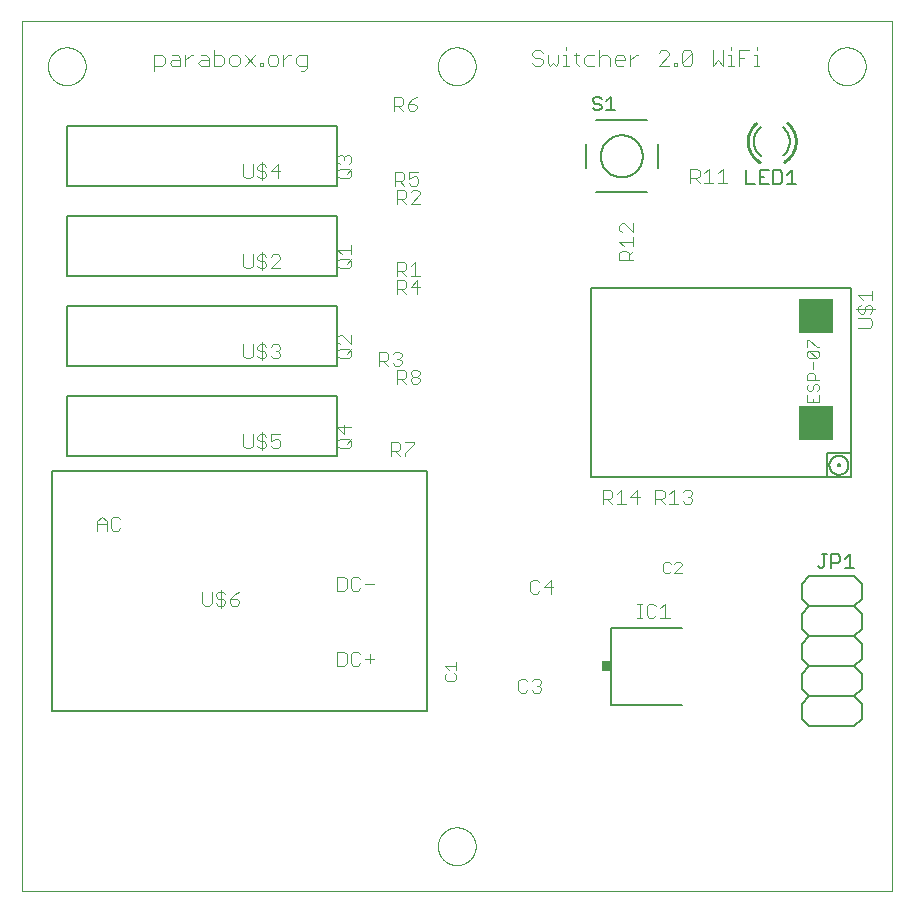
<source format=gto>
G75*
%MOIN*%
%OFA0B0*%
%FSLAX25Y25*%
%IPPOS*%
%LPD*%
%AMOC8*
5,1,8,0,0,1.08239X$1,22.5*
%
%ADD10C,0.00000*%
%ADD11C,0.00400*%
%ADD12C,0.00300*%
%ADD13C,0.00800*%
%ADD14R,0.03000X0.03400*%
%ADD15C,0.00600*%
%ADD16C,0.00500*%
%ADD17C,0.01000*%
%ADD18R,0.11811X0.11811*%
D10*
X0001000Y0001000D02*
X0291000Y0001000D01*
X0291000Y0291000D01*
X0001000Y0291000D01*
X0001000Y0001000D01*
X0139701Y0016000D02*
X0139703Y0016158D01*
X0139709Y0016316D01*
X0139719Y0016474D01*
X0139733Y0016632D01*
X0139751Y0016789D01*
X0139772Y0016946D01*
X0139798Y0017102D01*
X0139828Y0017258D01*
X0139861Y0017413D01*
X0139899Y0017566D01*
X0139940Y0017719D01*
X0139985Y0017871D01*
X0140034Y0018022D01*
X0140087Y0018171D01*
X0140143Y0018319D01*
X0140203Y0018465D01*
X0140267Y0018610D01*
X0140335Y0018753D01*
X0140406Y0018895D01*
X0140480Y0019035D01*
X0140558Y0019172D01*
X0140640Y0019308D01*
X0140724Y0019442D01*
X0140813Y0019573D01*
X0140904Y0019702D01*
X0140999Y0019829D01*
X0141096Y0019954D01*
X0141197Y0020076D01*
X0141301Y0020195D01*
X0141408Y0020312D01*
X0141518Y0020426D01*
X0141631Y0020537D01*
X0141746Y0020646D01*
X0141864Y0020751D01*
X0141985Y0020853D01*
X0142108Y0020953D01*
X0142234Y0021049D01*
X0142362Y0021142D01*
X0142492Y0021232D01*
X0142625Y0021318D01*
X0142760Y0021402D01*
X0142896Y0021481D01*
X0143035Y0021558D01*
X0143176Y0021630D01*
X0143318Y0021700D01*
X0143462Y0021765D01*
X0143608Y0021827D01*
X0143755Y0021885D01*
X0143904Y0021940D01*
X0144054Y0021991D01*
X0144205Y0022038D01*
X0144357Y0022081D01*
X0144510Y0022120D01*
X0144665Y0022156D01*
X0144820Y0022187D01*
X0144976Y0022215D01*
X0145132Y0022239D01*
X0145289Y0022259D01*
X0145447Y0022275D01*
X0145604Y0022287D01*
X0145763Y0022295D01*
X0145921Y0022299D01*
X0146079Y0022299D01*
X0146237Y0022295D01*
X0146396Y0022287D01*
X0146553Y0022275D01*
X0146711Y0022259D01*
X0146868Y0022239D01*
X0147024Y0022215D01*
X0147180Y0022187D01*
X0147335Y0022156D01*
X0147490Y0022120D01*
X0147643Y0022081D01*
X0147795Y0022038D01*
X0147946Y0021991D01*
X0148096Y0021940D01*
X0148245Y0021885D01*
X0148392Y0021827D01*
X0148538Y0021765D01*
X0148682Y0021700D01*
X0148824Y0021630D01*
X0148965Y0021558D01*
X0149104Y0021481D01*
X0149240Y0021402D01*
X0149375Y0021318D01*
X0149508Y0021232D01*
X0149638Y0021142D01*
X0149766Y0021049D01*
X0149892Y0020953D01*
X0150015Y0020853D01*
X0150136Y0020751D01*
X0150254Y0020646D01*
X0150369Y0020537D01*
X0150482Y0020426D01*
X0150592Y0020312D01*
X0150699Y0020195D01*
X0150803Y0020076D01*
X0150904Y0019954D01*
X0151001Y0019829D01*
X0151096Y0019702D01*
X0151187Y0019573D01*
X0151276Y0019442D01*
X0151360Y0019308D01*
X0151442Y0019172D01*
X0151520Y0019035D01*
X0151594Y0018895D01*
X0151665Y0018753D01*
X0151733Y0018610D01*
X0151797Y0018465D01*
X0151857Y0018319D01*
X0151913Y0018171D01*
X0151966Y0018022D01*
X0152015Y0017871D01*
X0152060Y0017719D01*
X0152101Y0017566D01*
X0152139Y0017413D01*
X0152172Y0017258D01*
X0152202Y0017102D01*
X0152228Y0016946D01*
X0152249Y0016789D01*
X0152267Y0016632D01*
X0152281Y0016474D01*
X0152291Y0016316D01*
X0152297Y0016158D01*
X0152299Y0016000D01*
X0152297Y0015842D01*
X0152291Y0015684D01*
X0152281Y0015526D01*
X0152267Y0015368D01*
X0152249Y0015211D01*
X0152228Y0015054D01*
X0152202Y0014898D01*
X0152172Y0014742D01*
X0152139Y0014587D01*
X0152101Y0014434D01*
X0152060Y0014281D01*
X0152015Y0014129D01*
X0151966Y0013978D01*
X0151913Y0013829D01*
X0151857Y0013681D01*
X0151797Y0013535D01*
X0151733Y0013390D01*
X0151665Y0013247D01*
X0151594Y0013105D01*
X0151520Y0012965D01*
X0151442Y0012828D01*
X0151360Y0012692D01*
X0151276Y0012558D01*
X0151187Y0012427D01*
X0151096Y0012298D01*
X0151001Y0012171D01*
X0150904Y0012046D01*
X0150803Y0011924D01*
X0150699Y0011805D01*
X0150592Y0011688D01*
X0150482Y0011574D01*
X0150369Y0011463D01*
X0150254Y0011354D01*
X0150136Y0011249D01*
X0150015Y0011147D01*
X0149892Y0011047D01*
X0149766Y0010951D01*
X0149638Y0010858D01*
X0149508Y0010768D01*
X0149375Y0010682D01*
X0149240Y0010598D01*
X0149104Y0010519D01*
X0148965Y0010442D01*
X0148824Y0010370D01*
X0148682Y0010300D01*
X0148538Y0010235D01*
X0148392Y0010173D01*
X0148245Y0010115D01*
X0148096Y0010060D01*
X0147946Y0010009D01*
X0147795Y0009962D01*
X0147643Y0009919D01*
X0147490Y0009880D01*
X0147335Y0009844D01*
X0147180Y0009813D01*
X0147024Y0009785D01*
X0146868Y0009761D01*
X0146711Y0009741D01*
X0146553Y0009725D01*
X0146396Y0009713D01*
X0146237Y0009705D01*
X0146079Y0009701D01*
X0145921Y0009701D01*
X0145763Y0009705D01*
X0145604Y0009713D01*
X0145447Y0009725D01*
X0145289Y0009741D01*
X0145132Y0009761D01*
X0144976Y0009785D01*
X0144820Y0009813D01*
X0144665Y0009844D01*
X0144510Y0009880D01*
X0144357Y0009919D01*
X0144205Y0009962D01*
X0144054Y0010009D01*
X0143904Y0010060D01*
X0143755Y0010115D01*
X0143608Y0010173D01*
X0143462Y0010235D01*
X0143318Y0010300D01*
X0143176Y0010370D01*
X0143035Y0010442D01*
X0142896Y0010519D01*
X0142760Y0010598D01*
X0142625Y0010682D01*
X0142492Y0010768D01*
X0142362Y0010858D01*
X0142234Y0010951D01*
X0142108Y0011047D01*
X0141985Y0011147D01*
X0141864Y0011249D01*
X0141746Y0011354D01*
X0141631Y0011463D01*
X0141518Y0011574D01*
X0141408Y0011688D01*
X0141301Y0011805D01*
X0141197Y0011924D01*
X0141096Y0012046D01*
X0140999Y0012171D01*
X0140904Y0012298D01*
X0140813Y0012427D01*
X0140724Y0012558D01*
X0140640Y0012692D01*
X0140558Y0012828D01*
X0140480Y0012965D01*
X0140406Y0013105D01*
X0140335Y0013247D01*
X0140267Y0013390D01*
X0140203Y0013535D01*
X0140143Y0013681D01*
X0140087Y0013829D01*
X0140034Y0013978D01*
X0139985Y0014129D01*
X0139940Y0014281D01*
X0139899Y0014434D01*
X0139861Y0014587D01*
X0139828Y0014742D01*
X0139798Y0014898D01*
X0139772Y0015054D01*
X0139751Y0015211D01*
X0139733Y0015368D01*
X0139719Y0015526D01*
X0139709Y0015684D01*
X0139703Y0015842D01*
X0139701Y0016000D01*
X0139701Y0276000D02*
X0139703Y0276158D01*
X0139709Y0276316D01*
X0139719Y0276474D01*
X0139733Y0276632D01*
X0139751Y0276789D01*
X0139772Y0276946D01*
X0139798Y0277102D01*
X0139828Y0277258D01*
X0139861Y0277413D01*
X0139899Y0277566D01*
X0139940Y0277719D01*
X0139985Y0277871D01*
X0140034Y0278022D01*
X0140087Y0278171D01*
X0140143Y0278319D01*
X0140203Y0278465D01*
X0140267Y0278610D01*
X0140335Y0278753D01*
X0140406Y0278895D01*
X0140480Y0279035D01*
X0140558Y0279172D01*
X0140640Y0279308D01*
X0140724Y0279442D01*
X0140813Y0279573D01*
X0140904Y0279702D01*
X0140999Y0279829D01*
X0141096Y0279954D01*
X0141197Y0280076D01*
X0141301Y0280195D01*
X0141408Y0280312D01*
X0141518Y0280426D01*
X0141631Y0280537D01*
X0141746Y0280646D01*
X0141864Y0280751D01*
X0141985Y0280853D01*
X0142108Y0280953D01*
X0142234Y0281049D01*
X0142362Y0281142D01*
X0142492Y0281232D01*
X0142625Y0281318D01*
X0142760Y0281402D01*
X0142896Y0281481D01*
X0143035Y0281558D01*
X0143176Y0281630D01*
X0143318Y0281700D01*
X0143462Y0281765D01*
X0143608Y0281827D01*
X0143755Y0281885D01*
X0143904Y0281940D01*
X0144054Y0281991D01*
X0144205Y0282038D01*
X0144357Y0282081D01*
X0144510Y0282120D01*
X0144665Y0282156D01*
X0144820Y0282187D01*
X0144976Y0282215D01*
X0145132Y0282239D01*
X0145289Y0282259D01*
X0145447Y0282275D01*
X0145604Y0282287D01*
X0145763Y0282295D01*
X0145921Y0282299D01*
X0146079Y0282299D01*
X0146237Y0282295D01*
X0146396Y0282287D01*
X0146553Y0282275D01*
X0146711Y0282259D01*
X0146868Y0282239D01*
X0147024Y0282215D01*
X0147180Y0282187D01*
X0147335Y0282156D01*
X0147490Y0282120D01*
X0147643Y0282081D01*
X0147795Y0282038D01*
X0147946Y0281991D01*
X0148096Y0281940D01*
X0148245Y0281885D01*
X0148392Y0281827D01*
X0148538Y0281765D01*
X0148682Y0281700D01*
X0148824Y0281630D01*
X0148965Y0281558D01*
X0149104Y0281481D01*
X0149240Y0281402D01*
X0149375Y0281318D01*
X0149508Y0281232D01*
X0149638Y0281142D01*
X0149766Y0281049D01*
X0149892Y0280953D01*
X0150015Y0280853D01*
X0150136Y0280751D01*
X0150254Y0280646D01*
X0150369Y0280537D01*
X0150482Y0280426D01*
X0150592Y0280312D01*
X0150699Y0280195D01*
X0150803Y0280076D01*
X0150904Y0279954D01*
X0151001Y0279829D01*
X0151096Y0279702D01*
X0151187Y0279573D01*
X0151276Y0279442D01*
X0151360Y0279308D01*
X0151442Y0279172D01*
X0151520Y0279035D01*
X0151594Y0278895D01*
X0151665Y0278753D01*
X0151733Y0278610D01*
X0151797Y0278465D01*
X0151857Y0278319D01*
X0151913Y0278171D01*
X0151966Y0278022D01*
X0152015Y0277871D01*
X0152060Y0277719D01*
X0152101Y0277566D01*
X0152139Y0277413D01*
X0152172Y0277258D01*
X0152202Y0277102D01*
X0152228Y0276946D01*
X0152249Y0276789D01*
X0152267Y0276632D01*
X0152281Y0276474D01*
X0152291Y0276316D01*
X0152297Y0276158D01*
X0152299Y0276000D01*
X0152297Y0275842D01*
X0152291Y0275684D01*
X0152281Y0275526D01*
X0152267Y0275368D01*
X0152249Y0275211D01*
X0152228Y0275054D01*
X0152202Y0274898D01*
X0152172Y0274742D01*
X0152139Y0274587D01*
X0152101Y0274434D01*
X0152060Y0274281D01*
X0152015Y0274129D01*
X0151966Y0273978D01*
X0151913Y0273829D01*
X0151857Y0273681D01*
X0151797Y0273535D01*
X0151733Y0273390D01*
X0151665Y0273247D01*
X0151594Y0273105D01*
X0151520Y0272965D01*
X0151442Y0272828D01*
X0151360Y0272692D01*
X0151276Y0272558D01*
X0151187Y0272427D01*
X0151096Y0272298D01*
X0151001Y0272171D01*
X0150904Y0272046D01*
X0150803Y0271924D01*
X0150699Y0271805D01*
X0150592Y0271688D01*
X0150482Y0271574D01*
X0150369Y0271463D01*
X0150254Y0271354D01*
X0150136Y0271249D01*
X0150015Y0271147D01*
X0149892Y0271047D01*
X0149766Y0270951D01*
X0149638Y0270858D01*
X0149508Y0270768D01*
X0149375Y0270682D01*
X0149240Y0270598D01*
X0149104Y0270519D01*
X0148965Y0270442D01*
X0148824Y0270370D01*
X0148682Y0270300D01*
X0148538Y0270235D01*
X0148392Y0270173D01*
X0148245Y0270115D01*
X0148096Y0270060D01*
X0147946Y0270009D01*
X0147795Y0269962D01*
X0147643Y0269919D01*
X0147490Y0269880D01*
X0147335Y0269844D01*
X0147180Y0269813D01*
X0147024Y0269785D01*
X0146868Y0269761D01*
X0146711Y0269741D01*
X0146553Y0269725D01*
X0146396Y0269713D01*
X0146237Y0269705D01*
X0146079Y0269701D01*
X0145921Y0269701D01*
X0145763Y0269705D01*
X0145604Y0269713D01*
X0145447Y0269725D01*
X0145289Y0269741D01*
X0145132Y0269761D01*
X0144976Y0269785D01*
X0144820Y0269813D01*
X0144665Y0269844D01*
X0144510Y0269880D01*
X0144357Y0269919D01*
X0144205Y0269962D01*
X0144054Y0270009D01*
X0143904Y0270060D01*
X0143755Y0270115D01*
X0143608Y0270173D01*
X0143462Y0270235D01*
X0143318Y0270300D01*
X0143176Y0270370D01*
X0143035Y0270442D01*
X0142896Y0270519D01*
X0142760Y0270598D01*
X0142625Y0270682D01*
X0142492Y0270768D01*
X0142362Y0270858D01*
X0142234Y0270951D01*
X0142108Y0271047D01*
X0141985Y0271147D01*
X0141864Y0271249D01*
X0141746Y0271354D01*
X0141631Y0271463D01*
X0141518Y0271574D01*
X0141408Y0271688D01*
X0141301Y0271805D01*
X0141197Y0271924D01*
X0141096Y0272046D01*
X0140999Y0272171D01*
X0140904Y0272298D01*
X0140813Y0272427D01*
X0140724Y0272558D01*
X0140640Y0272692D01*
X0140558Y0272828D01*
X0140480Y0272965D01*
X0140406Y0273105D01*
X0140335Y0273247D01*
X0140267Y0273390D01*
X0140203Y0273535D01*
X0140143Y0273681D01*
X0140087Y0273829D01*
X0140034Y0273978D01*
X0139985Y0274129D01*
X0139940Y0274281D01*
X0139899Y0274434D01*
X0139861Y0274587D01*
X0139828Y0274742D01*
X0139798Y0274898D01*
X0139772Y0275054D01*
X0139751Y0275211D01*
X0139733Y0275368D01*
X0139719Y0275526D01*
X0139709Y0275684D01*
X0139703Y0275842D01*
X0139701Y0276000D01*
X0009701Y0276000D02*
X0009703Y0276158D01*
X0009709Y0276316D01*
X0009719Y0276474D01*
X0009733Y0276632D01*
X0009751Y0276789D01*
X0009772Y0276946D01*
X0009798Y0277102D01*
X0009828Y0277258D01*
X0009861Y0277413D01*
X0009899Y0277566D01*
X0009940Y0277719D01*
X0009985Y0277871D01*
X0010034Y0278022D01*
X0010087Y0278171D01*
X0010143Y0278319D01*
X0010203Y0278465D01*
X0010267Y0278610D01*
X0010335Y0278753D01*
X0010406Y0278895D01*
X0010480Y0279035D01*
X0010558Y0279172D01*
X0010640Y0279308D01*
X0010724Y0279442D01*
X0010813Y0279573D01*
X0010904Y0279702D01*
X0010999Y0279829D01*
X0011096Y0279954D01*
X0011197Y0280076D01*
X0011301Y0280195D01*
X0011408Y0280312D01*
X0011518Y0280426D01*
X0011631Y0280537D01*
X0011746Y0280646D01*
X0011864Y0280751D01*
X0011985Y0280853D01*
X0012108Y0280953D01*
X0012234Y0281049D01*
X0012362Y0281142D01*
X0012492Y0281232D01*
X0012625Y0281318D01*
X0012760Y0281402D01*
X0012896Y0281481D01*
X0013035Y0281558D01*
X0013176Y0281630D01*
X0013318Y0281700D01*
X0013462Y0281765D01*
X0013608Y0281827D01*
X0013755Y0281885D01*
X0013904Y0281940D01*
X0014054Y0281991D01*
X0014205Y0282038D01*
X0014357Y0282081D01*
X0014510Y0282120D01*
X0014665Y0282156D01*
X0014820Y0282187D01*
X0014976Y0282215D01*
X0015132Y0282239D01*
X0015289Y0282259D01*
X0015447Y0282275D01*
X0015604Y0282287D01*
X0015763Y0282295D01*
X0015921Y0282299D01*
X0016079Y0282299D01*
X0016237Y0282295D01*
X0016396Y0282287D01*
X0016553Y0282275D01*
X0016711Y0282259D01*
X0016868Y0282239D01*
X0017024Y0282215D01*
X0017180Y0282187D01*
X0017335Y0282156D01*
X0017490Y0282120D01*
X0017643Y0282081D01*
X0017795Y0282038D01*
X0017946Y0281991D01*
X0018096Y0281940D01*
X0018245Y0281885D01*
X0018392Y0281827D01*
X0018538Y0281765D01*
X0018682Y0281700D01*
X0018824Y0281630D01*
X0018965Y0281558D01*
X0019104Y0281481D01*
X0019240Y0281402D01*
X0019375Y0281318D01*
X0019508Y0281232D01*
X0019638Y0281142D01*
X0019766Y0281049D01*
X0019892Y0280953D01*
X0020015Y0280853D01*
X0020136Y0280751D01*
X0020254Y0280646D01*
X0020369Y0280537D01*
X0020482Y0280426D01*
X0020592Y0280312D01*
X0020699Y0280195D01*
X0020803Y0280076D01*
X0020904Y0279954D01*
X0021001Y0279829D01*
X0021096Y0279702D01*
X0021187Y0279573D01*
X0021276Y0279442D01*
X0021360Y0279308D01*
X0021442Y0279172D01*
X0021520Y0279035D01*
X0021594Y0278895D01*
X0021665Y0278753D01*
X0021733Y0278610D01*
X0021797Y0278465D01*
X0021857Y0278319D01*
X0021913Y0278171D01*
X0021966Y0278022D01*
X0022015Y0277871D01*
X0022060Y0277719D01*
X0022101Y0277566D01*
X0022139Y0277413D01*
X0022172Y0277258D01*
X0022202Y0277102D01*
X0022228Y0276946D01*
X0022249Y0276789D01*
X0022267Y0276632D01*
X0022281Y0276474D01*
X0022291Y0276316D01*
X0022297Y0276158D01*
X0022299Y0276000D01*
X0022297Y0275842D01*
X0022291Y0275684D01*
X0022281Y0275526D01*
X0022267Y0275368D01*
X0022249Y0275211D01*
X0022228Y0275054D01*
X0022202Y0274898D01*
X0022172Y0274742D01*
X0022139Y0274587D01*
X0022101Y0274434D01*
X0022060Y0274281D01*
X0022015Y0274129D01*
X0021966Y0273978D01*
X0021913Y0273829D01*
X0021857Y0273681D01*
X0021797Y0273535D01*
X0021733Y0273390D01*
X0021665Y0273247D01*
X0021594Y0273105D01*
X0021520Y0272965D01*
X0021442Y0272828D01*
X0021360Y0272692D01*
X0021276Y0272558D01*
X0021187Y0272427D01*
X0021096Y0272298D01*
X0021001Y0272171D01*
X0020904Y0272046D01*
X0020803Y0271924D01*
X0020699Y0271805D01*
X0020592Y0271688D01*
X0020482Y0271574D01*
X0020369Y0271463D01*
X0020254Y0271354D01*
X0020136Y0271249D01*
X0020015Y0271147D01*
X0019892Y0271047D01*
X0019766Y0270951D01*
X0019638Y0270858D01*
X0019508Y0270768D01*
X0019375Y0270682D01*
X0019240Y0270598D01*
X0019104Y0270519D01*
X0018965Y0270442D01*
X0018824Y0270370D01*
X0018682Y0270300D01*
X0018538Y0270235D01*
X0018392Y0270173D01*
X0018245Y0270115D01*
X0018096Y0270060D01*
X0017946Y0270009D01*
X0017795Y0269962D01*
X0017643Y0269919D01*
X0017490Y0269880D01*
X0017335Y0269844D01*
X0017180Y0269813D01*
X0017024Y0269785D01*
X0016868Y0269761D01*
X0016711Y0269741D01*
X0016553Y0269725D01*
X0016396Y0269713D01*
X0016237Y0269705D01*
X0016079Y0269701D01*
X0015921Y0269701D01*
X0015763Y0269705D01*
X0015604Y0269713D01*
X0015447Y0269725D01*
X0015289Y0269741D01*
X0015132Y0269761D01*
X0014976Y0269785D01*
X0014820Y0269813D01*
X0014665Y0269844D01*
X0014510Y0269880D01*
X0014357Y0269919D01*
X0014205Y0269962D01*
X0014054Y0270009D01*
X0013904Y0270060D01*
X0013755Y0270115D01*
X0013608Y0270173D01*
X0013462Y0270235D01*
X0013318Y0270300D01*
X0013176Y0270370D01*
X0013035Y0270442D01*
X0012896Y0270519D01*
X0012760Y0270598D01*
X0012625Y0270682D01*
X0012492Y0270768D01*
X0012362Y0270858D01*
X0012234Y0270951D01*
X0012108Y0271047D01*
X0011985Y0271147D01*
X0011864Y0271249D01*
X0011746Y0271354D01*
X0011631Y0271463D01*
X0011518Y0271574D01*
X0011408Y0271688D01*
X0011301Y0271805D01*
X0011197Y0271924D01*
X0011096Y0272046D01*
X0010999Y0272171D01*
X0010904Y0272298D01*
X0010813Y0272427D01*
X0010724Y0272558D01*
X0010640Y0272692D01*
X0010558Y0272828D01*
X0010480Y0272965D01*
X0010406Y0273105D01*
X0010335Y0273247D01*
X0010267Y0273390D01*
X0010203Y0273535D01*
X0010143Y0273681D01*
X0010087Y0273829D01*
X0010034Y0273978D01*
X0009985Y0274129D01*
X0009940Y0274281D01*
X0009899Y0274434D01*
X0009861Y0274587D01*
X0009828Y0274742D01*
X0009798Y0274898D01*
X0009772Y0275054D01*
X0009751Y0275211D01*
X0009733Y0275368D01*
X0009719Y0275526D01*
X0009709Y0275684D01*
X0009703Y0275842D01*
X0009701Y0276000D01*
X0269701Y0276000D02*
X0269703Y0276158D01*
X0269709Y0276316D01*
X0269719Y0276474D01*
X0269733Y0276632D01*
X0269751Y0276789D01*
X0269772Y0276946D01*
X0269798Y0277102D01*
X0269828Y0277258D01*
X0269861Y0277413D01*
X0269899Y0277566D01*
X0269940Y0277719D01*
X0269985Y0277871D01*
X0270034Y0278022D01*
X0270087Y0278171D01*
X0270143Y0278319D01*
X0270203Y0278465D01*
X0270267Y0278610D01*
X0270335Y0278753D01*
X0270406Y0278895D01*
X0270480Y0279035D01*
X0270558Y0279172D01*
X0270640Y0279308D01*
X0270724Y0279442D01*
X0270813Y0279573D01*
X0270904Y0279702D01*
X0270999Y0279829D01*
X0271096Y0279954D01*
X0271197Y0280076D01*
X0271301Y0280195D01*
X0271408Y0280312D01*
X0271518Y0280426D01*
X0271631Y0280537D01*
X0271746Y0280646D01*
X0271864Y0280751D01*
X0271985Y0280853D01*
X0272108Y0280953D01*
X0272234Y0281049D01*
X0272362Y0281142D01*
X0272492Y0281232D01*
X0272625Y0281318D01*
X0272760Y0281402D01*
X0272896Y0281481D01*
X0273035Y0281558D01*
X0273176Y0281630D01*
X0273318Y0281700D01*
X0273462Y0281765D01*
X0273608Y0281827D01*
X0273755Y0281885D01*
X0273904Y0281940D01*
X0274054Y0281991D01*
X0274205Y0282038D01*
X0274357Y0282081D01*
X0274510Y0282120D01*
X0274665Y0282156D01*
X0274820Y0282187D01*
X0274976Y0282215D01*
X0275132Y0282239D01*
X0275289Y0282259D01*
X0275447Y0282275D01*
X0275604Y0282287D01*
X0275763Y0282295D01*
X0275921Y0282299D01*
X0276079Y0282299D01*
X0276237Y0282295D01*
X0276396Y0282287D01*
X0276553Y0282275D01*
X0276711Y0282259D01*
X0276868Y0282239D01*
X0277024Y0282215D01*
X0277180Y0282187D01*
X0277335Y0282156D01*
X0277490Y0282120D01*
X0277643Y0282081D01*
X0277795Y0282038D01*
X0277946Y0281991D01*
X0278096Y0281940D01*
X0278245Y0281885D01*
X0278392Y0281827D01*
X0278538Y0281765D01*
X0278682Y0281700D01*
X0278824Y0281630D01*
X0278965Y0281558D01*
X0279104Y0281481D01*
X0279240Y0281402D01*
X0279375Y0281318D01*
X0279508Y0281232D01*
X0279638Y0281142D01*
X0279766Y0281049D01*
X0279892Y0280953D01*
X0280015Y0280853D01*
X0280136Y0280751D01*
X0280254Y0280646D01*
X0280369Y0280537D01*
X0280482Y0280426D01*
X0280592Y0280312D01*
X0280699Y0280195D01*
X0280803Y0280076D01*
X0280904Y0279954D01*
X0281001Y0279829D01*
X0281096Y0279702D01*
X0281187Y0279573D01*
X0281276Y0279442D01*
X0281360Y0279308D01*
X0281442Y0279172D01*
X0281520Y0279035D01*
X0281594Y0278895D01*
X0281665Y0278753D01*
X0281733Y0278610D01*
X0281797Y0278465D01*
X0281857Y0278319D01*
X0281913Y0278171D01*
X0281966Y0278022D01*
X0282015Y0277871D01*
X0282060Y0277719D01*
X0282101Y0277566D01*
X0282139Y0277413D01*
X0282172Y0277258D01*
X0282202Y0277102D01*
X0282228Y0276946D01*
X0282249Y0276789D01*
X0282267Y0276632D01*
X0282281Y0276474D01*
X0282291Y0276316D01*
X0282297Y0276158D01*
X0282299Y0276000D01*
X0282297Y0275842D01*
X0282291Y0275684D01*
X0282281Y0275526D01*
X0282267Y0275368D01*
X0282249Y0275211D01*
X0282228Y0275054D01*
X0282202Y0274898D01*
X0282172Y0274742D01*
X0282139Y0274587D01*
X0282101Y0274434D01*
X0282060Y0274281D01*
X0282015Y0274129D01*
X0281966Y0273978D01*
X0281913Y0273829D01*
X0281857Y0273681D01*
X0281797Y0273535D01*
X0281733Y0273390D01*
X0281665Y0273247D01*
X0281594Y0273105D01*
X0281520Y0272965D01*
X0281442Y0272828D01*
X0281360Y0272692D01*
X0281276Y0272558D01*
X0281187Y0272427D01*
X0281096Y0272298D01*
X0281001Y0272171D01*
X0280904Y0272046D01*
X0280803Y0271924D01*
X0280699Y0271805D01*
X0280592Y0271688D01*
X0280482Y0271574D01*
X0280369Y0271463D01*
X0280254Y0271354D01*
X0280136Y0271249D01*
X0280015Y0271147D01*
X0279892Y0271047D01*
X0279766Y0270951D01*
X0279638Y0270858D01*
X0279508Y0270768D01*
X0279375Y0270682D01*
X0279240Y0270598D01*
X0279104Y0270519D01*
X0278965Y0270442D01*
X0278824Y0270370D01*
X0278682Y0270300D01*
X0278538Y0270235D01*
X0278392Y0270173D01*
X0278245Y0270115D01*
X0278096Y0270060D01*
X0277946Y0270009D01*
X0277795Y0269962D01*
X0277643Y0269919D01*
X0277490Y0269880D01*
X0277335Y0269844D01*
X0277180Y0269813D01*
X0277024Y0269785D01*
X0276868Y0269761D01*
X0276711Y0269741D01*
X0276553Y0269725D01*
X0276396Y0269713D01*
X0276237Y0269705D01*
X0276079Y0269701D01*
X0275921Y0269701D01*
X0275763Y0269705D01*
X0275604Y0269713D01*
X0275447Y0269725D01*
X0275289Y0269741D01*
X0275132Y0269761D01*
X0274976Y0269785D01*
X0274820Y0269813D01*
X0274665Y0269844D01*
X0274510Y0269880D01*
X0274357Y0269919D01*
X0274205Y0269962D01*
X0274054Y0270009D01*
X0273904Y0270060D01*
X0273755Y0270115D01*
X0273608Y0270173D01*
X0273462Y0270235D01*
X0273318Y0270300D01*
X0273176Y0270370D01*
X0273035Y0270442D01*
X0272896Y0270519D01*
X0272760Y0270598D01*
X0272625Y0270682D01*
X0272492Y0270768D01*
X0272362Y0270858D01*
X0272234Y0270951D01*
X0272108Y0271047D01*
X0271985Y0271147D01*
X0271864Y0271249D01*
X0271746Y0271354D01*
X0271631Y0271463D01*
X0271518Y0271574D01*
X0271408Y0271688D01*
X0271301Y0271805D01*
X0271197Y0271924D01*
X0271096Y0272046D01*
X0270999Y0272171D01*
X0270904Y0272298D01*
X0270813Y0272427D01*
X0270724Y0272558D01*
X0270640Y0272692D01*
X0270558Y0272828D01*
X0270480Y0272965D01*
X0270406Y0273105D01*
X0270335Y0273247D01*
X0270267Y0273390D01*
X0270203Y0273535D01*
X0270143Y0273681D01*
X0270087Y0273829D01*
X0270034Y0273978D01*
X0269985Y0274129D01*
X0269940Y0274281D01*
X0269899Y0274434D01*
X0269861Y0274587D01*
X0269828Y0274742D01*
X0269798Y0274898D01*
X0269772Y0275054D01*
X0269751Y0275211D01*
X0269733Y0275368D01*
X0269719Y0275526D01*
X0269709Y0275684D01*
X0269703Y0275842D01*
X0269701Y0276000D01*
D11*
X0246843Y0276200D02*
X0245108Y0276200D01*
X0245976Y0276200D02*
X0245976Y0279670D01*
X0245108Y0279670D01*
X0245976Y0281404D02*
X0245976Y0282272D01*
X0243422Y0281404D02*
X0239952Y0281404D01*
X0239952Y0276200D01*
X0238249Y0276200D02*
X0236514Y0276200D01*
X0237382Y0276200D02*
X0237382Y0279670D01*
X0236514Y0279670D01*
X0237382Y0281404D02*
X0237382Y0282272D01*
X0234828Y0281404D02*
X0234828Y0276200D01*
X0233093Y0277935D01*
X0231358Y0276200D01*
X0231358Y0281404D01*
X0224515Y0280537D02*
X0224515Y0277067D01*
X0223647Y0276200D01*
X0221913Y0276200D01*
X0221045Y0277067D01*
X0224515Y0280537D01*
X0223647Y0281404D01*
X0221913Y0281404D01*
X0221045Y0280537D01*
X0221045Y0277067D01*
X0219334Y0277067D02*
X0219334Y0276200D01*
X0218467Y0276200D01*
X0218467Y0277067D01*
X0219334Y0277067D01*
X0216780Y0276200D02*
X0213311Y0276200D01*
X0216780Y0279670D01*
X0216780Y0280537D01*
X0215913Y0281404D01*
X0214178Y0281404D01*
X0213311Y0280537D01*
X0206459Y0279670D02*
X0205592Y0279670D01*
X0203857Y0277935D01*
X0202170Y0277935D02*
X0198701Y0277935D01*
X0198701Y0278802D02*
X0199568Y0279670D01*
X0201303Y0279670D01*
X0202170Y0278802D01*
X0202170Y0277935D01*
X0201303Y0276200D02*
X0199568Y0276200D01*
X0198701Y0277067D01*
X0198701Y0278802D01*
X0197014Y0278802D02*
X0197014Y0276200D01*
X0197014Y0278802D02*
X0196147Y0279670D01*
X0194412Y0279670D01*
X0193544Y0278802D01*
X0191858Y0279670D02*
X0189255Y0279670D01*
X0188388Y0278802D01*
X0188388Y0277067D01*
X0189255Y0276200D01*
X0191858Y0276200D01*
X0193544Y0276200D02*
X0193544Y0281404D01*
X0186685Y0279670D02*
X0184950Y0279670D01*
X0185818Y0280537D02*
X0185818Y0277067D01*
X0186685Y0276200D01*
X0183248Y0276200D02*
X0181513Y0276200D01*
X0182380Y0276200D02*
X0182380Y0279670D01*
X0181513Y0279670D01*
X0179826Y0279670D02*
X0179826Y0277067D01*
X0178959Y0276200D01*
X0178091Y0277067D01*
X0177224Y0276200D01*
X0176356Y0277067D01*
X0176356Y0279670D01*
X0174670Y0280537D02*
X0173802Y0281404D01*
X0172067Y0281404D01*
X0171200Y0280537D01*
X0171200Y0279670D01*
X0172067Y0278802D01*
X0173802Y0278802D01*
X0174670Y0277935D01*
X0174670Y0277067D01*
X0173802Y0276200D01*
X0172067Y0276200D01*
X0171200Y0277067D01*
X0182380Y0281404D02*
X0182380Y0282272D01*
X0203857Y0279670D02*
X0203857Y0276200D01*
X0223888Y0241804D02*
X0226190Y0241804D01*
X0226957Y0241037D01*
X0226957Y0239502D01*
X0226190Y0238735D01*
X0223888Y0238735D01*
X0225423Y0238735D02*
X0226957Y0237200D01*
X0228492Y0237200D02*
X0231561Y0237200D01*
X0230027Y0237200D02*
X0230027Y0241804D01*
X0228492Y0240269D01*
X0233096Y0240269D02*
X0234631Y0241804D01*
X0234631Y0237200D01*
X0236165Y0237200D02*
X0233096Y0237200D01*
X0223888Y0237200D02*
X0223888Y0241804D01*
X0204800Y0223665D02*
X0204800Y0220596D01*
X0201731Y0223665D01*
X0200963Y0223665D01*
X0200196Y0222898D01*
X0200196Y0221363D01*
X0200963Y0220596D01*
X0200196Y0217527D02*
X0204800Y0217527D01*
X0204800Y0219061D02*
X0204800Y0215992D01*
X0204800Y0214457D02*
X0203265Y0212923D01*
X0203265Y0213690D02*
X0203265Y0211388D01*
X0204800Y0211388D02*
X0200196Y0211388D01*
X0200196Y0213690D01*
X0200963Y0214457D01*
X0202498Y0214457D01*
X0203265Y0213690D01*
X0201731Y0215992D02*
X0200196Y0217527D01*
X0239952Y0278802D02*
X0241687Y0278802D01*
X0279877Y0199627D02*
X0284481Y0199627D01*
X0284481Y0201161D02*
X0284481Y0198092D01*
X0283714Y0196557D02*
X0282946Y0196557D01*
X0282179Y0195790D01*
X0282179Y0194255D01*
X0281412Y0193488D01*
X0280645Y0193488D01*
X0279877Y0194255D01*
X0279877Y0195790D01*
X0280645Y0196557D01*
X0281412Y0198092D02*
X0279877Y0199627D01*
X0279110Y0195023D02*
X0285248Y0195023D01*
X0284481Y0195790D02*
X0284481Y0194255D01*
X0283714Y0193488D01*
X0283714Y0191954D02*
X0279877Y0191954D01*
X0279877Y0188884D02*
X0283714Y0188884D01*
X0284481Y0189652D01*
X0284481Y0191186D01*
X0283714Y0191954D01*
X0284481Y0195790D02*
X0283714Y0196557D01*
X0223710Y0134804D02*
X0224477Y0134037D01*
X0224477Y0133269D01*
X0223710Y0132502D01*
X0224477Y0131735D01*
X0224477Y0130967D01*
X0223710Y0130200D01*
X0222175Y0130200D01*
X0221408Y0130967D01*
X0219873Y0130200D02*
X0216804Y0130200D01*
X0218339Y0130200D02*
X0218339Y0134804D01*
X0216804Y0133269D01*
X0215269Y0132502D02*
X0214502Y0131735D01*
X0212200Y0131735D01*
X0213735Y0131735D02*
X0215269Y0130200D01*
X0215269Y0132502D02*
X0215269Y0134037D01*
X0214502Y0134804D01*
X0212200Y0134804D01*
X0212200Y0130200D01*
X0206977Y0132502D02*
X0203908Y0132502D01*
X0206210Y0134804D01*
X0206210Y0130200D01*
X0202373Y0130200D02*
X0199304Y0130200D01*
X0200839Y0130200D02*
X0200839Y0134804D01*
X0199304Y0133269D01*
X0197769Y0132502D02*
X0197002Y0131735D01*
X0194700Y0131735D01*
X0196235Y0131735D02*
X0197769Y0130200D01*
X0197769Y0132502D02*
X0197769Y0134037D01*
X0197002Y0134804D01*
X0194700Y0134804D01*
X0194700Y0130200D01*
X0221408Y0134037D02*
X0222175Y0134804D01*
X0223710Y0134804D01*
X0223710Y0132502D02*
X0222942Y0132502D01*
X0215408Y0096804D02*
X0215408Y0092200D01*
X0216942Y0092200D02*
X0213873Y0092200D01*
X0212339Y0092967D02*
X0211571Y0092200D01*
X0210037Y0092200D01*
X0209269Y0092967D01*
X0209269Y0096037D01*
X0210037Y0096804D01*
X0211571Y0096804D01*
X0212339Y0096037D01*
X0213873Y0095269D02*
X0215408Y0096804D01*
X0207735Y0096804D02*
X0206200Y0096804D01*
X0206967Y0096804D02*
X0206967Y0092200D01*
X0206200Y0092200D02*
X0207735Y0092200D01*
X0178165Y0102502D02*
X0175096Y0102502D01*
X0177398Y0104804D01*
X0177398Y0100200D01*
X0173561Y0100967D02*
X0172794Y0100200D01*
X0171259Y0100200D01*
X0170492Y0100967D01*
X0170492Y0104037D01*
X0171259Y0104804D01*
X0172794Y0104804D01*
X0173561Y0104037D01*
X0173398Y0071804D02*
X0171863Y0071804D01*
X0171096Y0071037D01*
X0169561Y0071037D02*
X0168794Y0071804D01*
X0167259Y0071804D01*
X0166492Y0071037D01*
X0166492Y0067967D01*
X0167259Y0067200D01*
X0168794Y0067200D01*
X0169561Y0067967D01*
X0171096Y0067967D02*
X0171863Y0067200D01*
X0173398Y0067200D01*
X0174165Y0067967D01*
X0174165Y0068735D01*
X0173398Y0069502D01*
X0172631Y0069502D01*
X0173398Y0069502D02*
X0174165Y0070269D01*
X0174165Y0071037D01*
X0173398Y0071804D01*
X0118477Y0078502D02*
X0115408Y0078502D01*
X0116942Y0080037D02*
X0116942Y0076967D01*
X0113873Y0076967D02*
X0113106Y0076200D01*
X0111571Y0076200D01*
X0110804Y0076967D01*
X0110804Y0080037D01*
X0111571Y0080804D01*
X0113106Y0080804D01*
X0113873Y0080037D01*
X0109269Y0080037D02*
X0109269Y0076967D01*
X0108502Y0076200D01*
X0106200Y0076200D01*
X0106200Y0080804D01*
X0108502Y0080804D01*
X0109269Y0080037D01*
X0108502Y0101200D02*
X0106200Y0101200D01*
X0106200Y0105804D01*
X0108502Y0105804D01*
X0109269Y0105037D01*
X0109269Y0101967D01*
X0108502Y0101200D01*
X0110804Y0101967D02*
X0111571Y0101200D01*
X0113106Y0101200D01*
X0113873Y0101967D01*
X0115408Y0103502D02*
X0118477Y0103502D01*
X0113873Y0105037D02*
X0113106Y0105804D01*
X0111571Y0105804D01*
X0110804Y0105037D01*
X0110804Y0101967D01*
X0073477Y0100804D02*
X0071942Y0100037D01*
X0070408Y0098502D01*
X0072710Y0098502D01*
X0073477Y0097735D01*
X0073477Y0096967D01*
X0072710Y0096200D01*
X0071175Y0096200D01*
X0070408Y0096967D01*
X0070408Y0098502D01*
X0068873Y0097735D02*
X0068106Y0098502D01*
X0066571Y0098502D01*
X0065804Y0099269D01*
X0065804Y0100037D01*
X0066571Y0100804D01*
X0068106Y0100804D01*
X0068873Y0100037D01*
X0067339Y0101571D02*
X0067339Y0095433D01*
X0068106Y0096200D02*
X0068873Y0096967D01*
X0068873Y0097735D01*
X0068106Y0096200D02*
X0066571Y0096200D01*
X0065804Y0096967D01*
X0064269Y0096967D02*
X0064269Y0100804D01*
X0064269Y0096967D02*
X0063502Y0096200D01*
X0061967Y0096200D01*
X0061200Y0096967D01*
X0061200Y0100804D01*
X0033873Y0121967D02*
X0033106Y0121200D01*
X0031571Y0121200D01*
X0030804Y0121967D01*
X0030804Y0125037D01*
X0031571Y0125804D01*
X0033106Y0125804D01*
X0033873Y0125037D01*
X0029269Y0124269D02*
X0029269Y0121200D01*
X0029269Y0123502D02*
X0026200Y0123502D01*
X0026200Y0124269D02*
X0027735Y0125804D01*
X0029269Y0124269D01*
X0026200Y0124269D02*
X0026200Y0121200D01*
X0074888Y0149467D02*
X0075656Y0148700D01*
X0077190Y0148700D01*
X0077957Y0149467D01*
X0077957Y0153304D01*
X0079492Y0152537D02*
X0079492Y0151769D01*
X0080259Y0151002D01*
X0081794Y0151002D01*
X0082561Y0150235D01*
X0082561Y0149467D01*
X0081794Y0148700D01*
X0080259Y0148700D01*
X0079492Y0149467D01*
X0081027Y0147933D02*
X0081027Y0154071D01*
X0081794Y0153304D02*
X0080259Y0153304D01*
X0079492Y0152537D01*
X0081794Y0153304D02*
X0082561Y0152537D01*
X0084096Y0153304D02*
X0084096Y0151002D01*
X0085631Y0151769D01*
X0086398Y0151769D01*
X0087165Y0151002D01*
X0087165Y0149467D01*
X0086398Y0148700D01*
X0084863Y0148700D01*
X0084096Y0149467D01*
X0084096Y0153304D02*
X0087165Y0153304D01*
X0074888Y0153304D02*
X0074888Y0149467D01*
X0081027Y0177933D02*
X0081027Y0184071D01*
X0081794Y0183304D02*
X0080259Y0183304D01*
X0079492Y0182537D01*
X0079492Y0181769D01*
X0080259Y0181002D01*
X0081794Y0181002D01*
X0082561Y0180235D01*
X0082561Y0179467D01*
X0081794Y0178700D01*
X0080259Y0178700D01*
X0079492Y0179467D01*
X0077957Y0179467D02*
X0077957Y0183304D01*
X0074888Y0183304D02*
X0074888Y0179467D01*
X0075656Y0178700D01*
X0077190Y0178700D01*
X0077957Y0179467D01*
X0081794Y0183304D02*
X0082561Y0182537D01*
X0084096Y0182537D02*
X0084863Y0183304D01*
X0086398Y0183304D01*
X0087165Y0182537D01*
X0087165Y0181769D01*
X0086398Y0181002D01*
X0087165Y0180235D01*
X0087165Y0179467D01*
X0086398Y0178700D01*
X0084863Y0178700D01*
X0084096Y0179467D01*
X0085631Y0181002D02*
X0086398Y0181002D01*
X0106196Y0181002D02*
X0106963Y0181769D01*
X0110033Y0181769D01*
X0110800Y0181002D01*
X0110800Y0179467D01*
X0110033Y0178700D01*
X0106963Y0178700D01*
X0106196Y0179467D01*
X0106196Y0181002D01*
X0106963Y0183304D02*
X0106196Y0184071D01*
X0106196Y0185606D01*
X0106963Y0186373D01*
X0107731Y0186373D01*
X0110800Y0183304D01*
X0110800Y0186373D01*
X0110800Y0181769D02*
X0109265Y0180235D01*
X0119992Y0180804D02*
X0119992Y0176200D01*
X0119992Y0177735D02*
X0122294Y0177735D01*
X0123061Y0178502D01*
X0123061Y0180037D01*
X0122294Y0180804D01*
X0119992Y0180804D01*
X0121527Y0177735D02*
X0123061Y0176200D01*
X0124596Y0176967D02*
X0125363Y0176200D01*
X0126898Y0176200D01*
X0127665Y0176967D01*
X0127665Y0177735D01*
X0126898Y0178502D01*
X0126131Y0178502D01*
X0126898Y0178502D02*
X0127665Y0179269D01*
X0127665Y0180037D01*
X0126898Y0180804D01*
X0125363Y0180804D01*
X0124596Y0180037D01*
X0125992Y0174804D02*
X0128294Y0174804D01*
X0129061Y0174037D01*
X0129061Y0172502D01*
X0128294Y0171735D01*
X0125992Y0171735D01*
X0127527Y0171735D02*
X0129061Y0170200D01*
X0130596Y0170967D02*
X0130596Y0171735D01*
X0131363Y0172502D01*
X0132898Y0172502D01*
X0133665Y0171735D01*
X0133665Y0170967D01*
X0132898Y0170200D01*
X0131363Y0170200D01*
X0130596Y0170967D01*
X0131363Y0172502D02*
X0130596Y0173269D01*
X0130596Y0174037D01*
X0131363Y0174804D01*
X0132898Y0174804D01*
X0133665Y0174037D01*
X0133665Y0173269D01*
X0132898Y0172502D01*
X0125992Y0170200D02*
X0125992Y0174804D01*
X0110800Y0155606D02*
X0106196Y0155606D01*
X0108498Y0153304D01*
X0108498Y0156373D01*
X0106963Y0151769D02*
X0110033Y0151769D01*
X0110800Y0151002D01*
X0110800Y0149467D01*
X0110033Y0148700D01*
X0106963Y0148700D01*
X0106196Y0149467D01*
X0106196Y0151002D01*
X0106963Y0151769D01*
X0109265Y0150235D02*
X0110800Y0151769D01*
X0123992Y0150804D02*
X0123992Y0146200D01*
X0123992Y0147735D02*
X0126294Y0147735D01*
X0127061Y0148502D01*
X0127061Y0150037D01*
X0126294Y0150804D01*
X0123992Y0150804D01*
X0125527Y0147735D02*
X0127061Y0146200D01*
X0128596Y0146200D02*
X0128596Y0146967D01*
X0131665Y0150037D01*
X0131665Y0150804D01*
X0128596Y0150804D01*
X0129061Y0200200D02*
X0127527Y0201735D01*
X0128294Y0201735D02*
X0125992Y0201735D01*
X0125992Y0200200D02*
X0125992Y0204804D01*
X0128294Y0204804D01*
X0129061Y0204037D01*
X0129061Y0202502D01*
X0128294Y0201735D01*
X0130596Y0202502D02*
X0133665Y0202502D01*
X0132898Y0200200D02*
X0132898Y0204804D01*
X0130596Y0202502D01*
X0130596Y0206200D02*
X0133665Y0206200D01*
X0132131Y0206200D02*
X0132131Y0210804D01*
X0130596Y0209269D01*
X0129061Y0208502D02*
X0128294Y0207735D01*
X0125992Y0207735D01*
X0127527Y0207735D02*
X0129061Y0206200D01*
X0129061Y0208502D02*
X0129061Y0210037D01*
X0128294Y0210804D01*
X0125992Y0210804D01*
X0125992Y0206200D01*
X0110800Y0209467D02*
X0110033Y0208700D01*
X0106963Y0208700D01*
X0106196Y0209467D01*
X0106196Y0211002D01*
X0106963Y0211769D01*
X0110033Y0211769D01*
X0110800Y0211002D01*
X0110800Y0209467D01*
X0109265Y0210235D02*
X0110800Y0211769D01*
X0110800Y0213304D02*
X0110800Y0216373D01*
X0110800Y0214839D02*
X0106196Y0214839D01*
X0107731Y0213304D01*
X0087165Y0212537D02*
X0086398Y0213304D01*
X0084863Y0213304D01*
X0084096Y0212537D01*
X0082561Y0212537D02*
X0081794Y0213304D01*
X0080259Y0213304D01*
X0079492Y0212537D01*
X0079492Y0211769D01*
X0080259Y0211002D01*
X0081794Y0211002D01*
X0082561Y0210235D01*
X0082561Y0209467D01*
X0081794Y0208700D01*
X0080259Y0208700D01*
X0079492Y0209467D01*
X0077957Y0209467D02*
X0077957Y0213304D01*
X0074888Y0213304D02*
X0074888Y0209467D01*
X0075656Y0208700D01*
X0077190Y0208700D01*
X0077957Y0209467D01*
X0081027Y0207933D02*
X0081027Y0214071D01*
X0084096Y0208700D02*
X0087165Y0211769D01*
X0087165Y0212537D01*
X0087165Y0208700D02*
X0084096Y0208700D01*
X0081027Y0237933D02*
X0081027Y0244071D01*
X0081794Y0243304D02*
X0080259Y0243304D01*
X0079492Y0242537D01*
X0079492Y0241769D01*
X0080259Y0241002D01*
X0081794Y0241002D01*
X0082561Y0240235D01*
X0082561Y0239467D01*
X0081794Y0238700D01*
X0080259Y0238700D01*
X0079492Y0239467D01*
X0077957Y0239467D02*
X0077190Y0238700D01*
X0075656Y0238700D01*
X0074888Y0239467D01*
X0074888Y0243304D01*
X0077957Y0243304D02*
X0077957Y0239467D01*
X0081794Y0243304D02*
X0082561Y0242537D01*
X0084096Y0241002D02*
X0087165Y0241002D01*
X0086398Y0238700D02*
X0086398Y0243304D01*
X0084096Y0241002D01*
X0106196Y0241002D02*
X0106963Y0241769D01*
X0110033Y0241769D01*
X0110800Y0241002D01*
X0110800Y0239467D01*
X0110033Y0238700D01*
X0106963Y0238700D01*
X0106196Y0239467D01*
X0106196Y0241002D01*
X0106963Y0243304D02*
X0106196Y0244071D01*
X0106196Y0245606D01*
X0106963Y0246373D01*
X0107731Y0246373D01*
X0108498Y0245606D01*
X0109265Y0246373D01*
X0110033Y0246373D01*
X0110800Y0245606D01*
X0110800Y0244071D01*
X0110033Y0243304D01*
X0110800Y0241769D02*
X0109265Y0240235D01*
X0108498Y0244839D02*
X0108498Y0245606D01*
X0125492Y0240804D02*
X0125492Y0236200D01*
X0125992Y0234804D02*
X0128294Y0234804D01*
X0129061Y0234037D01*
X0129061Y0232502D01*
X0128294Y0231735D01*
X0125992Y0231735D01*
X0127527Y0231735D02*
X0129061Y0230200D01*
X0130596Y0230200D02*
X0133665Y0233269D01*
X0133665Y0234037D01*
X0132898Y0234804D01*
X0131363Y0234804D01*
X0130596Y0234037D01*
X0130863Y0236200D02*
X0130096Y0236967D01*
X0130863Y0236200D02*
X0132398Y0236200D01*
X0133165Y0236967D01*
X0133165Y0238502D01*
X0132398Y0239269D01*
X0131631Y0239269D01*
X0130096Y0238502D01*
X0130096Y0240804D01*
X0133165Y0240804D01*
X0128561Y0240037D02*
X0128561Y0238502D01*
X0127794Y0237735D01*
X0125492Y0237735D01*
X0127027Y0237735D02*
X0128561Y0236200D01*
X0125992Y0234804D02*
X0125992Y0230200D01*
X0130596Y0230200D02*
X0133665Y0230200D01*
X0128561Y0240037D02*
X0127794Y0240804D01*
X0125492Y0240804D01*
X0124992Y0261200D02*
X0124992Y0265804D01*
X0127294Y0265804D01*
X0128061Y0265037D01*
X0128061Y0263502D01*
X0127294Y0262735D01*
X0124992Y0262735D01*
X0126527Y0262735D02*
X0128061Y0261200D01*
X0129596Y0261967D02*
X0129596Y0263502D01*
X0131898Y0263502D01*
X0132665Y0262735D01*
X0132665Y0261967D01*
X0131898Y0261200D01*
X0130363Y0261200D01*
X0129596Y0261967D01*
X0129596Y0263502D02*
X0131131Y0265037D01*
X0132665Y0265804D01*
X0095937Y0275333D02*
X0095069Y0274465D01*
X0094202Y0274465D01*
X0095937Y0275333D02*
X0095937Y0279670D01*
X0093334Y0279670D01*
X0092467Y0278802D01*
X0092467Y0277067D01*
X0093334Y0276200D01*
X0095937Y0276200D01*
X0090772Y0279670D02*
X0089905Y0279670D01*
X0088170Y0277935D01*
X0088170Y0276200D02*
X0088170Y0279670D01*
X0086483Y0278802D02*
X0086483Y0277067D01*
X0085616Y0276200D01*
X0083881Y0276200D01*
X0083014Y0277067D01*
X0083014Y0278802D01*
X0083881Y0279670D01*
X0085616Y0279670D01*
X0086483Y0278802D01*
X0081303Y0277067D02*
X0081303Y0276200D01*
X0080435Y0276200D01*
X0080435Y0277067D01*
X0081303Y0277067D01*
X0078749Y0276200D02*
X0075279Y0279670D01*
X0073592Y0278802D02*
X0072725Y0279670D01*
X0070990Y0279670D01*
X0070123Y0278802D01*
X0070123Y0277067D01*
X0070990Y0276200D01*
X0072725Y0276200D01*
X0073592Y0277067D01*
X0073592Y0278802D01*
X0075279Y0276200D02*
X0078749Y0279670D01*
X0068436Y0278802D02*
X0068436Y0277067D01*
X0067568Y0276200D01*
X0064966Y0276200D01*
X0064966Y0281404D01*
X0064966Y0279670D02*
X0067568Y0279670D01*
X0068436Y0278802D01*
X0063279Y0278802D02*
X0063279Y0276200D01*
X0060677Y0276200D01*
X0059810Y0277067D01*
X0060677Y0277935D01*
X0063279Y0277935D01*
X0063279Y0278802D02*
X0062412Y0279670D01*
X0060677Y0279670D01*
X0058115Y0279670D02*
X0057248Y0279670D01*
X0055513Y0277935D01*
X0053826Y0277935D02*
X0051224Y0277935D01*
X0050356Y0277067D01*
X0051224Y0276200D01*
X0053826Y0276200D01*
X0053826Y0278802D01*
X0052959Y0279670D01*
X0051224Y0279670D01*
X0048670Y0278802D02*
X0048670Y0277067D01*
X0047802Y0276200D01*
X0045200Y0276200D01*
X0045200Y0274465D02*
X0045200Y0279670D01*
X0047802Y0279670D01*
X0048670Y0278802D01*
X0055513Y0279670D02*
X0055513Y0276200D01*
D12*
X0215401Y0110853D02*
X0214784Y0110236D01*
X0214784Y0107767D01*
X0215401Y0107150D01*
X0216635Y0107150D01*
X0217252Y0107767D01*
X0218467Y0107150D02*
X0220936Y0109619D01*
X0220936Y0110236D01*
X0220318Y0110853D01*
X0219084Y0110853D01*
X0218467Y0110236D01*
X0217252Y0110236D02*
X0216635Y0110853D01*
X0215401Y0110853D01*
X0218467Y0107150D02*
X0220936Y0107150D01*
X0262899Y0164012D02*
X0266602Y0164012D01*
X0266602Y0166481D01*
X0265985Y0167695D02*
X0266602Y0168312D01*
X0266602Y0169546D01*
X0265985Y0170164D01*
X0265368Y0170164D01*
X0264750Y0169546D01*
X0264750Y0168312D01*
X0264133Y0167695D01*
X0263516Y0167695D01*
X0262899Y0168312D01*
X0262899Y0169546D01*
X0263516Y0170164D01*
X0262899Y0171378D02*
X0262899Y0173230D01*
X0263516Y0173847D01*
X0264750Y0173847D01*
X0265368Y0173230D01*
X0265368Y0171378D01*
X0266602Y0171378D02*
X0262899Y0171378D01*
X0264750Y0175061D02*
X0264750Y0177530D01*
X0263516Y0178744D02*
X0262899Y0179362D01*
X0262899Y0180596D01*
X0263516Y0181213D01*
X0265985Y0178744D01*
X0266602Y0179362D01*
X0266602Y0180596D01*
X0265985Y0181213D01*
X0263516Y0181213D01*
X0262899Y0182427D02*
X0262899Y0184896D01*
X0263516Y0184896D01*
X0265985Y0182427D01*
X0266602Y0182427D01*
X0265985Y0178744D02*
X0263516Y0178744D01*
X0262899Y0166481D02*
X0262899Y0164012D01*
X0264750Y0164012D02*
X0264750Y0165246D01*
X0145850Y0077302D02*
X0145850Y0074833D01*
X0145850Y0076068D02*
X0142147Y0076068D01*
X0143381Y0074833D01*
X0142764Y0073619D02*
X0142147Y0073002D01*
X0142147Y0071767D01*
X0142764Y0071150D01*
X0145233Y0071150D01*
X0145850Y0071767D01*
X0145850Y0073002D01*
X0145233Y0073619D01*
D13*
X0197500Y0063098D02*
X0197500Y0088902D01*
X0221100Y0088900D01*
X0221100Y0063100D02*
X0197500Y0063098D01*
X0192500Y0234000D02*
X0209500Y0234000D01*
X0213000Y0242000D02*
X0213000Y0249929D01*
X0209500Y0258000D02*
X0192500Y0258000D01*
X0189000Y0250047D02*
X0189000Y0242000D01*
X0194000Y0246000D02*
X0194002Y0246172D01*
X0194008Y0246343D01*
X0194019Y0246515D01*
X0194034Y0246686D01*
X0194053Y0246857D01*
X0194076Y0247027D01*
X0194103Y0247197D01*
X0194135Y0247366D01*
X0194170Y0247534D01*
X0194210Y0247701D01*
X0194254Y0247867D01*
X0194301Y0248032D01*
X0194353Y0248196D01*
X0194409Y0248358D01*
X0194469Y0248519D01*
X0194533Y0248679D01*
X0194601Y0248837D01*
X0194672Y0248993D01*
X0194747Y0249147D01*
X0194827Y0249300D01*
X0194909Y0249450D01*
X0194996Y0249599D01*
X0195086Y0249745D01*
X0195180Y0249889D01*
X0195277Y0250031D01*
X0195378Y0250170D01*
X0195482Y0250307D01*
X0195589Y0250441D01*
X0195700Y0250572D01*
X0195813Y0250701D01*
X0195930Y0250827D01*
X0196050Y0250950D01*
X0196173Y0251070D01*
X0196299Y0251187D01*
X0196428Y0251300D01*
X0196559Y0251411D01*
X0196693Y0251518D01*
X0196830Y0251622D01*
X0196969Y0251723D01*
X0197111Y0251820D01*
X0197255Y0251914D01*
X0197401Y0252004D01*
X0197550Y0252091D01*
X0197700Y0252173D01*
X0197853Y0252253D01*
X0198007Y0252328D01*
X0198163Y0252399D01*
X0198321Y0252467D01*
X0198481Y0252531D01*
X0198642Y0252591D01*
X0198804Y0252647D01*
X0198968Y0252699D01*
X0199133Y0252746D01*
X0199299Y0252790D01*
X0199466Y0252830D01*
X0199634Y0252865D01*
X0199803Y0252897D01*
X0199973Y0252924D01*
X0200143Y0252947D01*
X0200314Y0252966D01*
X0200485Y0252981D01*
X0200657Y0252992D01*
X0200828Y0252998D01*
X0201000Y0253000D01*
X0201172Y0252998D01*
X0201343Y0252992D01*
X0201515Y0252981D01*
X0201686Y0252966D01*
X0201857Y0252947D01*
X0202027Y0252924D01*
X0202197Y0252897D01*
X0202366Y0252865D01*
X0202534Y0252830D01*
X0202701Y0252790D01*
X0202867Y0252746D01*
X0203032Y0252699D01*
X0203196Y0252647D01*
X0203358Y0252591D01*
X0203519Y0252531D01*
X0203679Y0252467D01*
X0203837Y0252399D01*
X0203993Y0252328D01*
X0204147Y0252253D01*
X0204300Y0252173D01*
X0204450Y0252091D01*
X0204599Y0252004D01*
X0204745Y0251914D01*
X0204889Y0251820D01*
X0205031Y0251723D01*
X0205170Y0251622D01*
X0205307Y0251518D01*
X0205441Y0251411D01*
X0205572Y0251300D01*
X0205701Y0251187D01*
X0205827Y0251070D01*
X0205950Y0250950D01*
X0206070Y0250827D01*
X0206187Y0250701D01*
X0206300Y0250572D01*
X0206411Y0250441D01*
X0206518Y0250307D01*
X0206622Y0250170D01*
X0206723Y0250031D01*
X0206820Y0249889D01*
X0206914Y0249745D01*
X0207004Y0249599D01*
X0207091Y0249450D01*
X0207173Y0249300D01*
X0207253Y0249147D01*
X0207328Y0248993D01*
X0207399Y0248837D01*
X0207467Y0248679D01*
X0207531Y0248519D01*
X0207591Y0248358D01*
X0207647Y0248196D01*
X0207699Y0248032D01*
X0207746Y0247867D01*
X0207790Y0247701D01*
X0207830Y0247534D01*
X0207865Y0247366D01*
X0207897Y0247197D01*
X0207924Y0247027D01*
X0207947Y0246857D01*
X0207966Y0246686D01*
X0207981Y0246515D01*
X0207992Y0246343D01*
X0207998Y0246172D01*
X0208000Y0246000D01*
X0207998Y0245828D01*
X0207992Y0245657D01*
X0207981Y0245485D01*
X0207966Y0245314D01*
X0207947Y0245143D01*
X0207924Y0244973D01*
X0207897Y0244803D01*
X0207865Y0244634D01*
X0207830Y0244466D01*
X0207790Y0244299D01*
X0207746Y0244133D01*
X0207699Y0243968D01*
X0207647Y0243804D01*
X0207591Y0243642D01*
X0207531Y0243481D01*
X0207467Y0243321D01*
X0207399Y0243163D01*
X0207328Y0243007D01*
X0207253Y0242853D01*
X0207173Y0242700D01*
X0207091Y0242550D01*
X0207004Y0242401D01*
X0206914Y0242255D01*
X0206820Y0242111D01*
X0206723Y0241969D01*
X0206622Y0241830D01*
X0206518Y0241693D01*
X0206411Y0241559D01*
X0206300Y0241428D01*
X0206187Y0241299D01*
X0206070Y0241173D01*
X0205950Y0241050D01*
X0205827Y0240930D01*
X0205701Y0240813D01*
X0205572Y0240700D01*
X0205441Y0240589D01*
X0205307Y0240482D01*
X0205170Y0240378D01*
X0205031Y0240277D01*
X0204889Y0240180D01*
X0204745Y0240086D01*
X0204599Y0239996D01*
X0204450Y0239909D01*
X0204300Y0239827D01*
X0204147Y0239747D01*
X0203993Y0239672D01*
X0203837Y0239601D01*
X0203679Y0239533D01*
X0203519Y0239469D01*
X0203358Y0239409D01*
X0203196Y0239353D01*
X0203032Y0239301D01*
X0202867Y0239254D01*
X0202701Y0239210D01*
X0202534Y0239170D01*
X0202366Y0239135D01*
X0202197Y0239103D01*
X0202027Y0239076D01*
X0201857Y0239053D01*
X0201686Y0239034D01*
X0201515Y0239019D01*
X0201343Y0239008D01*
X0201172Y0239002D01*
X0201000Y0239000D01*
X0200828Y0239002D01*
X0200657Y0239008D01*
X0200485Y0239019D01*
X0200314Y0239034D01*
X0200143Y0239053D01*
X0199973Y0239076D01*
X0199803Y0239103D01*
X0199634Y0239135D01*
X0199466Y0239170D01*
X0199299Y0239210D01*
X0199133Y0239254D01*
X0198968Y0239301D01*
X0198804Y0239353D01*
X0198642Y0239409D01*
X0198481Y0239469D01*
X0198321Y0239533D01*
X0198163Y0239601D01*
X0198007Y0239672D01*
X0197853Y0239747D01*
X0197700Y0239827D01*
X0197550Y0239909D01*
X0197401Y0239996D01*
X0197255Y0240086D01*
X0197111Y0240180D01*
X0196969Y0240277D01*
X0196830Y0240378D01*
X0196693Y0240482D01*
X0196559Y0240589D01*
X0196428Y0240700D01*
X0196299Y0240813D01*
X0196173Y0240930D01*
X0196050Y0241050D01*
X0195930Y0241173D01*
X0195813Y0241299D01*
X0195700Y0241428D01*
X0195589Y0241559D01*
X0195482Y0241693D01*
X0195378Y0241830D01*
X0195277Y0241969D01*
X0195180Y0242111D01*
X0195086Y0242255D01*
X0194996Y0242401D01*
X0194909Y0242550D01*
X0194827Y0242700D01*
X0194747Y0242853D01*
X0194672Y0243007D01*
X0194601Y0243163D01*
X0194533Y0243321D01*
X0194469Y0243481D01*
X0194409Y0243642D01*
X0194353Y0243804D01*
X0194301Y0243968D01*
X0194254Y0244133D01*
X0194210Y0244299D01*
X0194170Y0244466D01*
X0194135Y0244634D01*
X0194103Y0244803D01*
X0194076Y0244973D01*
X0194053Y0245143D01*
X0194034Y0245314D01*
X0194019Y0245485D01*
X0194008Y0245657D01*
X0194002Y0245828D01*
X0194000Y0246000D01*
D14*
X0195600Y0076000D03*
D15*
X0261000Y0073500D02*
X0261000Y0068500D01*
X0263500Y0066000D01*
X0261000Y0063500D01*
X0261000Y0058500D01*
X0263500Y0056000D01*
X0278500Y0056000D01*
X0281000Y0058500D01*
X0281000Y0063500D01*
X0278500Y0066000D01*
X0263500Y0066000D01*
X0261000Y0073500D02*
X0263500Y0076000D01*
X0278500Y0076000D01*
X0281000Y0073500D01*
X0281000Y0068500D01*
X0278500Y0066000D01*
X0278500Y0076000D02*
X0281000Y0078500D01*
X0281000Y0083500D01*
X0278500Y0086000D01*
X0263500Y0086000D01*
X0261000Y0083500D01*
X0261000Y0078500D01*
X0263500Y0076000D01*
X0263500Y0086000D02*
X0261000Y0088500D01*
X0261000Y0093500D01*
X0263500Y0096000D01*
X0278500Y0096000D01*
X0281000Y0093500D01*
X0281000Y0088500D01*
X0278500Y0086000D01*
X0278500Y0096000D02*
X0281000Y0098500D01*
X0281000Y0103500D01*
X0278500Y0106000D01*
X0263500Y0106000D01*
X0261000Y0103500D01*
X0261000Y0098500D01*
X0263500Y0096000D01*
X0245000Y0251000D02*
X0245002Y0251154D01*
X0245008Y0251308D01*
X0245018Y0251462D01*
X0245032Y0251616D01*
X0245049Y0251769D01*
X0245071Y0251921D01*
X0245097Y0252073D01*
X0245126Y0252225D01*
X0245160Y0252375D01*
X0245197Y0252525D01*
X0245238Y0252673D01*
X0245283Y0252821D01*
X0245332Y0252967D01*
X0245384Y0253112D01*
X0245440Y0253255D01*
X0245500Y0253398D01*
X0245563Y0253538D01*
X0245630Y0253677D01*
X0245701Y0253814D01*
X0245775Y0253949D01*
X0245852Y0254082D01*
X0245933Y0254214D01*
X0246017Y0254343D01*
X0246105Y0254470D01*
X0246196Y0254594D01*
X0246289Y0254716D01*
X0246387Y0254836D01*
X0246487Y0254953D01*
X0246590Y0255068D01*
X0246696Y0255180D01*
X0246804Y0255289D01*
X0246916Y0255395D01*
X0247030Y0255499D01*
X0247147Y0255599D01*
X0247266Y0255697D01*
X0247388Y0255791D01*
X0247513Y0255882D01*
X0257000Y0251000D02*
X0256998Y0250848D01*
X0256992Y0250697D01*
X0256983Y0250546D01*
X0256969Y0250394D01*
X0256952Y0250244D01*
X0256931Y0250094D01*
X0256906Y0249944D01*
X0256878Y0249795D01*
X0256845Y0249647D01*
X0256809Y0249500D01*
X0256770Y0249353D01*
X0256726Y0249208D01*
X0256679Y0249064D01*
X0256628Y0248921D01*
X0256574Y0248780D01*
X0256516Y0248639D01*
X0256455Y0248501D01*
X0256390Y0248364D01*
X0256321Y0248228D01*
X0256250Y0248095D01*
X0256175Y0247963D01*
X0256096Y0247833D01*
X0256015Y0247706D01*
X0255930Y0247580D01*
X0255842Y0247456D01*
X0255751Y0247335D01*
X0255657Y0247216D01*
X0255559Y0247100D01*
X0255459Y0246986D01*
X0255357Y0246874D01*
X0255251Y0246766D01*
X0255143Y0246660D01*
X0255032Y0246556D01*
X0254918Y0246456D01*
X0254802Y0246358D01*
X0254683Y0246264D01*
X0257000Y0251000D02*
X0256998Y0251152D01*
X0256992Y0251303D01*
X0256983Y0251454D01*
X0256969Y0251606D01*
X0256952Y0251756D01*
X0256931Y0251906D01*
X0256906Y0252056D01*
X0256878Y0252205D01*
X0256845Y0252353D01*
X0256809Y0252500D01*
X0256770Y0252647D01*
X0256726Y0252792D01*
X0256679Y0252936D01*
X0256628Y0253079D01*
X0256574Y0253220D01*
X0256516Y0253361D01*
X0256455Y0253499D01*
X0256390Y0253636D01*
X0256321Y0253772D01*
X0256250Y0253905D01*
X0256175Y0254037D01*
X0256096Y0254167D01*
X0256015Y0254294D01*
X0255930Y0254420D01*
X0255842Y0254544D01*
X0255751Y0254665D01*
X0255657Y0254784D01*
X0255559Y0254900D01*
X0255459Y0255014D01*
X0255357Y0255126D01*
X0255251Y0255234D01*
X0255143Y0255340D01*
X0255032Y0255444D01*
X0254918Y0255544D01*
X0254802Y0255642D01*
X0254683Y0255736D01*
X0245000Y0251000D02*
X0245002Y0250850D01*
X0245008Y0250699D01*
X0245017Y0250549D01*
X0245030Y0250400D01*
X0245047Y0250250D01*
X0245068Y0250101D01*
X0245092Y0249953D01*
X0245120Y0249805D01*
X0245152Y0249658D01*
X0245187Y0249512D01*
X0245227Y0249367D01*
X0245269Y0249223D01*
X0245316Y0249080D01*
X0245366Y0248938D01*
X0245419Y0248797D01*
X0245476Y0248658D01*
X0245536Y0248520D01*
X0245600Y0248384D01*
X0245667Y0248250D01*
X0245738Y0248117D01*
X0245812Y0247986D01*
X0245889Y0247857D01*
X0245970Y0247730D01*
X0246053Y0247605D01*
X0246140Y0247482D01*
X0246229Y0247361D01*
X0246322Y0247243D01*
X0246418Y0247127D01*
X0246516Y0247013D01*
X0246617Y0246902D01*
X0246722Y0246793D01*
X0246828Y0246688D01*
X0246938Y0246584D01*
X0247050Y0246484D01*
X0247164Y0246386D01*
X0247281Y0246292D01*
X0247400Y0246200D01*
D16*
X0246938Y0241254D02*
X0246938Y0236750D01*
X0249941Y0236750D01*
X0251542Y0236750D02*
X0251542Y0241254D01*
X0253794Y0241254D01*
X0254545Y0240503D01*
X0254545Y0237501D01*
X0253794Y0236750D01*
X0251542Y0236750D01*
X0248439Y0239002D02*
X0246938Y0239002D01*
X0246938Y0241254D02*
X0249941Y0241254D01*
X0245337Y0236750D02*
X0242334Y0236750D01*
X0242334Y0241254D01*
X0256146Y0239753D02*
X0257647Y0241254D01*
X0257647Y0236750D01*
X0256146Y0236750D02*
X0259149Y0236750D01*
X0253697Y0202102D02*
X0190705Y0202102D01*
X0190705Y0139110D01*
X0253697Y0139110D01*
X0269445Y0139110D01*
X0269445Y0146984D01*
X0277319Y0146984D01*
X0277319Y0202102D01*
X0253697Y0202102D01*
X0277319Y0146984D02*
X0277319Y0139110D01*
X0269445Y0139110D01*
X0272988Y0143047D02*
X0272990Y0143086D01*
X0272996Y0143125D01*
X0273006Y0143163D01*
X0273019Y0143200D01*
X0273036Y0143235D01*
X0273056Y0143269D01*
X0273080Y0143300D01*
X0273107Y0143329D01*
X0273136Y0143355D01*
X0273168Y0143378D01*
X0273202Y0143398D01*
X0273238Y0143414D01*
X0273275Y0143426D01*
X0273314Y0143435D01*
X0273353Y0143440D01*
X0273392Y0143441D01*
X0273431Y0143438D01*
X0273470Y0143431D01*
X0273507Y0143420D01*
X0273544Y0143406D01*
X0273579Y0143388D01*
X0273612Y0143367D01*
X0273643Y0143342D01*
X0273671Y0143315D01*
X0273696Y0143285D01*
X0273718Y0143252D01*
X0273737Y0143218D01*
X0273752Y0143182D01*
X0273764Y0143144D01*
X0273772Y0143106D01*
X0273776Y0143067D01*
X0273776Y0143027D01*
X0273772Y0142988D01*
X0273764Y0142950D01*
X0273752Y0142912D01*
X0273737Y0142876D01*
X0273718Y0142842D01*
X0273696Y0142809D01*
X0273671Y0142779D01*
X0273643Y0142752D01*
X0273612Y0142727D01*
X0273579Y0142706D01*
X0273544Y0142688D01*
X0273507Y0142674D01*
X0273470Y0142663D01*
X0273431Y0142656D01*
X0273392Y0142653D01*
X0273353Y0142654D01*
X0273314Y0142659D01*
X0273275Y0142668D01*
X0273238Y0142680D01*
X0273202Y0142696D01*
X0273168Y0142716D01*
X0273136Y0142739D01*
X0273107Y0142765D01*
X0273080Y0142794D01*
X0273056Y0142825D01*
X0273036Y0142859D01*
X0273019Y0142894D01*
X0273006Y0142931D01*
X0272996Y0142969D01*
X0272990Y0143008D01*
X0272988Y0143047D01*
X0270208Y0143047D02*
X0270210Y0143159D01*
X0270216Y0143271D01*
X0270226Y0143382D01*
X0270240Y0143494D01*
X0270257Y0143604D01*
X0270279Y0143714D01*
X0270304Y0143823D01*
X0270334Y0143931D01*
X0270367Y0144038D01*
X0270404Y0144144D01*
X0270444Y0144249D01*
X0270489Y0144352D01*
X0270536Y0144453D01*
X0270588Y0144552D01*
X0270643Y0144650D01*
X0270701Y0144746D01*
X0270763Y0144839D01*
X0270827Y0144931D01*
X0270895Y0145020D01*
X0270967Y0145106D01*
X0271041Y0145190D01*
X0271118Y0145271D01*
X0271198Y0145350D01*
X0271280Y0145426D01*
X0271366Y0145498D01*
X0271453Y0145568D01*
X0271544Y0145634D01*
X0271636Y0145698D01*
X0271731Y0145758D01*
X0271827Y0145814D01*
X0271926Y0145867D01*
X0272027Y0145917D01*
X0272129Y0145963D01*
X0272232Y0146005D01*
X0272337Y0146044D01*
X0272444Y0146079D01*
X0272551Y0146110D01*
X0272660Y0146138D01*
X0272770Y0146161D01*
X0272880Y0146181D01*
X0272991Y0146197D01*
X0273102Y0146209D01*
X0273214Y0146217D01*
X0273326Y0146221D01*
X0273438Y0146221D01*
X0273550Y0146217D01*
X0273662Y0146209D01*
X0273773Y0146197D01*
X0273884Y0146181D01*
X0273994Y0146161D01*
X0274104Y0146138D01*
X0274213Y0146110D01*
X0274320Y0146079D01*
X0274427Y0146044D01*
X0274532Y0146005D01*
X0274635Y0145963D01*
X0274737Y0145917D01*
X0274838Y0145867D01*
X0274937Y0145814D01*
X0275033Y0145758D01*
X0275128Y0145698D01*
X0275220Y0145634D01*
X0275311Y0145568D01*
X0275398Y0145498D01*
X0275484Y0145426D01*
X0275566Y0145350D01*
X0275646Y0145271D01*
X0275723Y0145190D01*
X0275797Y0145106D01*
X0275869Y0145020D01*
X0275937Y0144931D01*
X0276001Y0144839D01*
X0276063Y0144746D01*
X0276121Y0144650D01*
X0276176Y0144552D01*
X0276228Y0144453D01*
X0276275Y0144352D01*
X0276320Y0144249D01*
X0276360Y0144144D01*
X0276397Y0144038D01*
X0276430Y0143931D01*
X0276460Y0143823D01*
X0276485Y0143714D01*
X0276507Y0143604D01*
X0276524Y0143494D01*
X0276538Y0143382D01*
X0276548Y0143271D01*
X0276554Y0143159D01*
X0276556Y0143047D01*
X0276554Y0142935D01*
X0276548Y0142823D01*
X0276538Y0142712D01*
X0276524Y0142600D01*
X0276507Y0142490D01*
X0276485Y0142380D01*
X0276460Y0142271D01*
X0276430Y0142163D01*
X0276397Y0142056D01*
X0276360Y0141950D01*
X0276320Y0141845D01*
X0276275Y0141742D01*
X0276228Y0141641D01*
X0276176Y0141542D01*
X0276121Y0141444D01*
X0276063Y0141348D01*
X0276001Y0141255D01*
X0275937Y0141163D01*
X0275869Y0141074D01*
X0275797Y0140988D01*
X0275723Y0140904D01*
X0275646Y0140823D01*
X0275566Y0140744D01*
X0275484Y0140668D01*
X0275398Y0140596D01*
X0275311Y0140526D01*
X0275220Y0140460D01*
X0275128Y0140396D01*
X0275033Y0140336D01*
X0274937Y0140280D01*
X0274838Y0140227D01*
X0274737Y0140177D01*
X0274635Y0140131D01*
X0274532Y0140089D01*
X0274427Y0140050D01*
X0274320Y0140015D01*
X0274213Y0139984D01*
X0274104Y0139956D01*
X0273994Y0139933D01*
X0273884Y0139913D01*
X0273773Y0139897D01*
X0273662Y0139885D01*
X0273550Y0139877D01*
X0273438Y0139873D01*
X0273326Y0139873D01*
X0273214Y0139877D01*
X0273102Y0139885D01*
X0272991Y0139897D01*
X0272880Y0139913D01*
X0272770Y0139933D01*
X0272660Y0139956D01*
X0272551Y0139984D01*
X0272444Y0140015D01*
X0272337Y0140050D01*
X0272232Y0140089D01*
X0272129Y0140131D01*
X0272027Y0140177D01*
X0271926Y0140227D01*
X0271827Y0140280D01*
X0271731Y0140336D01*
X0271636Y0140396D01*
X0271544Y0140460D01*
X0271453Y0140526D01*
X0271366Y0140596D01*
X0271280Y0140668D01*
X0271198Y0140744D01*
X0271118Y0140823D01*
X0271041Y0140904D01*
X0270967Y0140988D01*
X0270895Y0141074D01*
X0270827Y0141163D01*
X0270763Y0141255D01*
X0270701Y0141348D01*
X0270643Y0141444D01*
X0270588Y0141542D01*
X0270536Y0141641D01*
X0270489Y0141742D01*
X0270444Y0141845D01*
X0270404Y0141950D01*
X0270367Y0142056D01*
X0270334Y0142163D01*
X0270304Y0142271D01*
X0270279Y0142380D01*
X0270257Y0142490D01*
X0270240Y0142600D01*
X0270226Y0142712D01*
X0270216Y0142823D01*
X0270210Y0142935D01*
X0270208Y0143047D01*
X0270854Y0113254D02*
X0273106Y0113254D01*
X0273856Y0112503D01*
X0273856Y0111002D01*
X0273106Y0110251D01*
X0270854Y0110251D01*
X0270854Y0108750D02*
X0270854Y0113254D01*
X0269253Y0113254D02*
X0267751Y0113254D01*
X0268502Y0113254D02*
X0268502Y0109501D01*
X0267751Y0108750D01*
X0267001Y0108750D01*
X0266250Y0109501D01*
X0275458Y0108750D02*
X0278460Y0108750D01*
X0276959Y0108750D02*
X0276959Y0113254D01*
X0275458Y0111753D01*
X0136000Y0141000D02*
X0136000Y0061000D01*
X0011000Y0061000D01*
X0011000Y0141000D01*
X0136000Y0141000D01*
X0106000Y0146000D02*
X0016000Y0146000D01*
X0016000Y0166000D01*
X0106000Y0166000D01*
X0106000Y0146000D01*
X0106000Y0176000D02*
X0016000Y0176000D01*
X0016000Y0196000D01*
X0106000Y0196000D01*
X0106000Y0176000D01*
X0106000Y0206000D02*
X0016000Y0206000D01*
X0016000Y0226000D01*
X0106000Y0226000D01*
X0106000Y0206000D01*
X0106000Y0236000D02*
X0016000Y0236000D01*
X0016000Y0256000D01*
X0106000Y0256000D01*
X0106000Y0236000D01*
X0191250Y0262001D02*
X0192001Y0261250D01*
X0193502Y0261250D01*
X0194253Y0262001D01*
X0194253Y0262751D01*
X0193502Y0263502D01*
X0192001Y0263502D01*
X0191250Y0264253D01*
X0191250Y0265003D01*
X0192001Y0265754D01*
X0193502Y0265754D01*
X0194253Y0265003D01*
X0195854Y0264253D02*
X0197355Y0265754D01*
X0197355Y0261250D01*
X0195854Y0261250D02*
X0198856Y0261250D01*
D17*
X0243000Y0251000D02*
X0243002Y0250808D01*
X0243009Y0250616D01*
X0243021Y0250424D01*
X0243037Y0250232D01*
X0243058Y0250041D01*
X0243083Y0249851D01*
X0243113Y0249661D01*
X0243147Y0249472D01*
X0243186Y0249284D01*
X0243230Y0249097D01*
X0243278Y0248911D01*
X0243330Y0248726D01*
X0243387Y0248542D01*
X0243448Y0248360D01*
X0243514Y0248180D01*
X0243584Y0248001D01*
X0243658Y0247823D01*
X0243736Y0247648D01*
X0243819Y0247474D01*
X0243906Y0247303D01*
X0243996Y0247134D01*
X0244091Y0246967D01*
X0244190Y0246802D01*
X0244293Y0246639D01*
X0244400Y0246480D01*
X0244510Y0246322D01*
X0244624Y0246168D01*
X0244742Y0246016D01*
X0244864Y0245867D01*
X0244989Y0245721D01*
X0245117Y0245579D01*
X0245249Y0245439D01*
X0245384Y0245302D01*
X0245523Y0245169D01*
X0245664Y0245039D01*
X0245809Y0244913D01*
X0245957Y0244790D01*
X0246107Y0244671D01*
X0246261Y0244555D01*
X0246417Y0244443D01*
X0246576Y0244335D01*
X0246737Y0244230D01*
X0246901Y0244130D01*
X0247067Y0244034D01*
X0247235Y0243941D01*
X0254969Y0244054D02*
X0255138Y0244153D01*
X0255304Y0244257D01*
X0255468Y0244364D01*
X0255629Y0244475D01*
X0255787Y0244590D01*
X0255942Y0244709D01*
X0256095Y0244832D01*
X0256244Y0244958D01*
X0256390Y0245088D01*
X0256533Y0245222D01*
X0256673Y0245359D01*
X0256809Y0245499D01*
X0256942Y0245643D01*
X0257071Y0245790D01*
X0257197Y0245940D01*
X0257318Y0246093D01*
X0257437Y0246249D01*
X0257551Y0246408D01*
X0257661Y0246569D01*
X0257767Y0246734D01*
X0257870Y0246900D01*
X0257968Y0247070D01*
X0258062Y0247241D01*
X0258152Y0247415D01*
X0258237Y0247591D01*
X0258319Y0247769D01*
X0258395Y0247949D01*
X0258468Y0248131D01*
X0258536Y0248314D01*
X0258599Y0248499D01*
X0258658Y0248686D01*
X0258712Y0248874D01*
X0258762Y0249063D01*
X0258807Y0249253D01*
X0258847Y0249445D01*
X0258883Y0249637D01*
X0258914Y0249830D01*
X0258940Y0250024D01*
X0258962Y0250219D01*
X0258978Y0250414D01*
X0258990Y0250609D01*
X0258998Y0250805D01*
X0259000Y0251000D01*
X0258998Y0251193D01*
X0258991Y0251386D01*
X0258979Y0251578D01*
X0258963Y0251771D01*
X0258942Y0251963D01*
X0258916Y0252154D01*
X0258886Y0252344D01*
X0258851Y0252534D01*
X0258812Y0252723D01*
X0258768Y0252911D01*
X0258720Y0253098D01*
X0258667Y0253284D01*
X0258610Y0253468D01*
X0258548Y0253651D01*
X0258482Y0253832D01*
X0258411Y0254012D01*
X0258337Y0254190D01*
X0258258Y0254366D01*
X0258174Y0254540D01*
X0258087Y0254712D01*
X0257995Y0254882D01*
X0257899Y0255049D01*
X0257800Y0255215D01*
X0257696Y0255378D01*
X0257589Y0255538D01*
X0257477Y0255695D01*
X0257362Y0255850D01*
X0257243Y0256002D01*
X0257121Y0256151D01*
X0256995Y0256298D01*
X0256865Y0256441D01*
X0256732Y0256581D01*
X0256596Y0256717D01*
X0256456Y0256851D01*
X0256314Y0256980D01*
X0256168Y0257107D01*
X0245878Y0257146D02*
X0245730Y0257019D01*
X0245585Y0256889D01*
X0245444Y0256756D01*
X0245305Y0256619D01*
X0245170Y0256479D01*
X0245039Y0256335D01*
X0244911Y0256188D01*
X0244786Y0256039D01*
X0244665Y0255886D01*
X0244548Y0255731D01*
X0244435Y0255572D01*
X0244326Y0255411D01*
X0244221Y0255247D01*
X0244119Y0255081D01*
X0244022Y0254912D01*
X0243929Y0254742D01*
X0243840Y0254568D01*
X0243755Y0254393D01*
X0243675Y0254216D01*
X0243599Y0254037D01*
X0243527Y0253856D01*
X0243460Y0253673D01*
X0243397Y0253489D01*
X0243339Y0253303D01*
X0243285Y0253116D01*
X0243236Y0252928D01*
X0243191Y0252738D01*
X0243151Y0252548D01*
X0243116Y0252356D01*
X0243085Y0252164D01*
X0243059Y0251971D01*
X0243038Y0251777D01*
X0243021Y0251583D01*
X0243009Y0251389D01*
X0243002Y0251195D01*
X0243000Y0251000D01*
D18*
X0265902Y0192654D03*
X0265902Y0157220D03*
M02*

</source>
